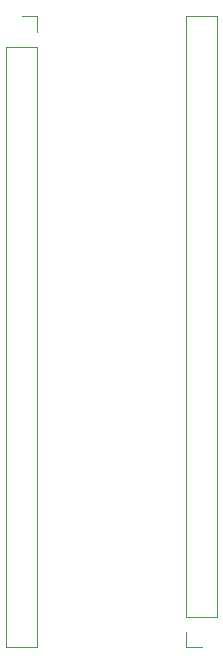
<source format=gbr>
%TF.GenerationSoftware,KiCad,Pcbnew,(6.0.1)*%
%TF.CreationDate,2022-04-03T17:56:57-07:00*%
%TF.ProjectId,MaskRom-TSOP48-to-DIP42-adapter,4d61736b-526f-46d2-9d54-534f5034382d,rev?*%
%TF.SameCoordinates,Original*%
%TF.FileFunction,Legend,Bot*%
%TF.FilePolarity,Positive*%
%FSLAX46Y46*%
G04 Gerber Fmt 4.6, Leading zero omitted, Abs format (unit mm)*
G04 Created by KiCad (PCBNEW (6.0.1)) date 2022-04-03 17:56:57*
%MOMM*%
%LPD*%
G01*
G04 APERTURE LIST*
%ADD10C,0.120000*%
G04 APERTURE END LIST*
D10*
%TO.C,U2*%
X150752000Y-107638000D02*
X152082000Y-107638000D01*
X150752000Y-105038000D02*
X153412000Y-105038000D01*
X153412000Y-105038000D02*
X153412000Y-54178000D01*
X138172000Y-56778000D02*
X138172000Y-107638000D01*
X138172000Y-107638000D02*
X135512000Y-107638000D01*
X138172000Y-56778000D02*
X135512000Y-56778000D01*
X150752000Y-106308000D02*
X150752000Y-107638000D01*
X150752000Y-54178000D02*
X153412000Y-54178000D01*
X138172000Y-55508000D02*
X138172000Y-54178000D01*
X138172000Y-54178000D02*
X136842000Y-54178000D01*
X150752000Y-105038000D02*
X150752000Y-54178000D01*
X135512000Y-56778000D02*
X135512000Y-107638000D01*
%TD*%
M02*

</source>
